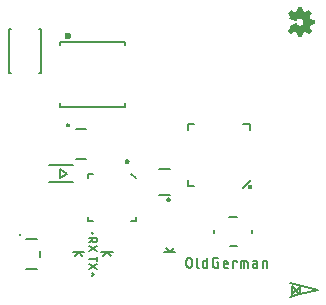
<source format=gbr>
G04 EAGLE Gerber RS-274X export*
G75*
%MOMM*%
%FSLAX34Y34*%
%LPD*%
%INSilkscreen Top*%
%IPPOS*%
%AMOC8*
5,1,8,0,0,1.08239X$1,22.5*%
G01*
%ADD10C,0.152400*%
%ADD11C,0.254000*%
%ADD12C,0.203200*%
%ADD13C,0.406400*%
%ADD14C,0.600000*%
%ADD15C,0.127000*%

G36*
X298419Y99940D02*
X298419Y99940D01*
X298440Y99938D01*
X298503Y99960D01*
X298568Y99975D01*
X298584Y99988D01*
X298603Y99995D01*
X298650Y100043D01*
X298702Y100085D01*
X298710Y100104D01*
X298724Y100118D01*
X298762Y100220D01*
X298772Y100243D01*
X298772Y100247D01*
X298774Y100252D01*
X299321Y103536D01*
X299400Y103536D01*
X299474Y103553D01*
X299549Y103566D01*
X299559Y103573D01*
X299568Y103575D01*
X299596Y103598D01*
X299651Y103636D01*
X299700Y103636D01*
X299774Y103653D01*
X299849Y103666D01*
X299859Y103673D01*
X299868Y103675D01*
X299896Y103698D01*
X299968Y103747D01*
X300024Y103803D01*
X300089Y103836D01*
X300200Y103836D01*
X300274Y103853D01*
X300349Y103866D01*
X300359Y103873D01*
X300368Y103875D01*
X300396Y103898D01*
X300451Y103936D01*
X300500Y103936D01*
X300574Y103953D01*
X300649Y103966D01*
X300659Y103973D01*
X300668Y103975D01*
X300696Y103998D01*
X300768Y104047D01*
X300824Y104103D01*
X300969Y104176D01*
X300997Y104199D01*
X301051Y104236D01*
X301100Y104236D01*
X301174Y104253D01*
X301249Y104266D01*
X301259Y104273D01*
X301268Y104275D01*
X301296Y104298D01*
X301368Y104347D01*
X301424Y104403D01*
X301504Y104443D01*
X304177Y102508D01*
X304201Y102498D01*
X304220Y102481D01*
X304280Y102465D01*
X304337Y102441D01*
X304362Y102442D01*
X304387Y102436D01*
X304448Y102448D01*
X304510Y102452D01*
X304532Y102465D01*
X304557Y102470D01*
X304629Y102521D01*
X304659Y102538D01*
X304664Y102546D01*
X304674Y102553D01*
X306874Y104853D01*
X306880Y104864D01*
X306891Y104871D01*
X306924Y104937D01*
X306962Y105002D01*
X306963Y105014D01*
X306968Y105026D01*
X306969Y105100D01*
X306974Y105174D01*
X306969Y105186D01*
X306969Y105199D01*
X306912Y105330D01*
X305068Y108004D01*
X305139Y108145D01*
X305143Y108161D01*
X305152Y108174D01*
X305178Y108308D01*
X305179Y108313D01*
X305179Y108314D01*
X305179Y108315D01*
X305179Y108325D01*
X305211Y108390D01*
X305268Y108447D01*
X305287Y108477D01*
X305339Y108545D01*
X305439Y108745D01*
X305443Y108761D01*
X305452Y108774D01*
X305478Y108908D01*
X305479Y108913D01*
X305479Y108914D01*
X305479Y108915D01*
X305479Y108925D01*
X305511Y108990D01*
X305568Y109047D01*
X305608Y109111D01*
X305652Y109174D01*
X305654Y109186D01*
X305659Y109194D01*
X305662Y109229D01*
X305679Y109315D01*
X305679Y109425D01*
X305739Y109545D01*
X305743Y109561D01*
X305752Y109574D01*
X305778Y109708D01*
X305779Y109713D01*
X305779Y109714D01*
X305779Y109715D01*
X305779Y109725D01*
X305839Y109845D01*
X305843Y109861D01*
X305852Y109874D01*
X305878Y110008D01*
X305879Y110013D01*
X305879Y110014D01*
X305879Y110015D01*
X305879Y110025D01*
X305939Y110145D01*
X305943Y110161D01*
X305952Y110174D01*
X305955Y110191D01*
X309164Y110741D01*
X309182Y110749D01*
X309201Y110749D01*
X309260Y110782D01*
X309323Y110808D01*
X309336Y110823D01*
X309353Y110832D01*
X309392Y110888D01*
X309436Y110939D01*
X309441Y110958D01*
X309452Y110974D01*
X309473Y111085D01*
X309479Y111107D01*
X309478Y111111D01*
X309479Y111115D01*
X309479Y114315D01*
X309475Y114334D01*
X309477Y114353D01*
X309455Y114417D01*
X309439Y114483D01*
X309427Y114498D01*
X309421Y114517D01*
X309373Y114564D01*
X309329Y114617D01*
X309312Y114625D01*
X309298Y114638D01*
X309192Y114678D01*
X309171Y114687D01*
X309168Y114687D01*
X309164Y114689D01*
X305908Y115247D01*
X305879Y115304D01*
X305879Y115415D01*
X305862Y115489D01*
X305848Y115564D01*
X305842Y115574D01*
X305839Y115583D01*
X305817Y115611D01*
X305779Y115667D01*
X305779Y115715D01*
X305775Y115731D01*
X305778Y115747D01*
X305741Y115878D01*
X305739Y115883D01*
X305739Y115884D01*
X305679Y116004D01*
X305679Y116015D01*
X305675Y116031D01*
X305678Y116047D01*
X305641Y116178D01*
X305639Y116183D01*
X305639Y116184D01*
X305539Y116384D01*
X305516Y116412D01*
X305479Y116467D01*
X305479Y116515D01*
X305462Y116589D01*
X305448Y116664D01*
X305442Y116674D01*
X305439Y116683D01*
X305417Y116711D01*
X305368Y116783D01*
X305311Y116839D01*
X305239Y116984D01*
X305216Y117012D01*
X305179Y117067D01*
X305179Y117115D01*
X305162Y117189D01*
X305148Y117264D01*
X305142Y117274D01*
X305139Y117283D01*
X305117Y117311D01*
X305068Y117383D01*
X305050Y117400D01*
X306912Y120099D01*
X306918Y120115D01*
X306930Y120128D01*
X306949Y120195D01*
X306975Y120261D01*
X306974Y120278D01*
X306978Y120294D01*
X306966Y120363D01*
X306960Y120433D01*
X306951Y120448D01*
X306948Y120464D01*
X306876Y120570D01*
X306870Y120581D01*
X306869Y120581D01*
X306868Y120583D01*
X304668Y122783D01*
X304653Y122792D01*
X304643Y122806D01*
X304580Y122837D01*
X304521Y122874D01*
X304504Y122876D01*
X304489Y122883D01*
X304418Y122884D01*
X304349Y122891D01*
X304333Y122884D01*
X304315Y122885D01*
X304198Y122833D01*
X304187Y122829D01*
X304186Y122828D01*
X304184Y122827D01*
X301501Y120976D01*
X301486Y120977D01*
X301400Y120994D01*
X301350Y120994D01*
X301337Y121002D01*
X301269Y121054D01*
X301124Y121126D01*
X301068Y121183D01*
X301003Y121223D01*
X300940Y121267D01*
X300929Y121269D01*
X300921Y121274D01*
X300886Y121277D01*
X300800Y121294D01*
X300750Y121294D01*
X300737Y121302D01*
X300669Y121354D01*
X300469Y121454D01*
X300454Y121458D01*
X300440Y121467D01*
X300306Y121493D01*
X300301Y121494D01*
X300300Y121494D01*
X300289Y121494D01*
X299969Y121654D01*
X299954Y121658D01*
X299940Y121667D01*
X299806Y121693D01*
X299801Y121694D01*
X299800Y121694D01*
X299789Y121694D01*
X299669Y121754D01*
X299654Y121758D01*
X299640Y121767D01*
X299506Y121793D01*
X299501Y121794D01*
X299500Y121794D01*
X299489Y121794D01*
X299369Y121854D01*
X299354Y121858D01*
X299340Y121867D01*
X299324Y121870D01*
X298774Y125079D01*
X298766Y125097D01*
X298765Y125116D01*
X298733Y125176D01*
X298706Y125238D01*
X298691Y125251D01*
X298682Y125268D01*
X298627Y125307D01*
X298575Y125351D01*
X298556Y125356D01*
X298540Y125367D01*
X298429Y125388D01*
X298407Y125394D01*
X298404Y125393D01*
X298400Y125394D01*
X295200Y125394D01*
X295181Y125390D01*
X295162Y125392D01*
X295097Y125370D01*
X295031Y125355D01*
X295016Y125342D01*
X294998Y125336D01*
X294950Y125288D01*
X294898Y125244D01*
X294890Y125227D01*
X294876Y125213D01*
X294836Y125107D01*
X294827Y125086D01*
X294827Y125083D01*
X294826Y125079D01*
X294268Y121823D01*
X294210Y121794D01*
X294100Y121794D01*
X294025Y121777D01*
X293950Y121763D01*
X293940Y121757D01*
X293931Y121755D01*
X293904Y121732D01*
X293848Y121694D01*
X293800Y121694D01*
X293725Y121677D01*
X293650Y121663D01*
X293640Y121657D01*
X293631Y121655D01*
X293604Y121632D01*
X293532Y121583D01*
X293475Y121526D01*
X293410Y121494D01*
X293300Y121494D01*
X293225Y121477D01*
X293150Y121463D01*
X293140Y121457D01*
X293131Y121455D01*
X293104Y121432D01*
X293048Y121394D01*
X293000Y121394D01*
X292925Y121377D01*
X292850Y121363D01*
X292840Y121357D01*
X292831Y121355D01*
X292804Y121332D01*
X292732Y121283D01*
X292675Y121226D01*
X292530Y121154D01*
X292502Y121131D01*
X292432Y121083D01*
X292375Y121026D01*
X292310Y120994D01*
X292300Y120994D01*
X292284Y120990D01*
X292268Y120993D01*
X292137Y120956D01*
X292135Y120955D01*
X289520Y122823D01*
X289505Y122829D01*
X289494Y122841D01*
X289426Y122862D01*
X289360Y122889D01*
X289344Y122888D01*
X289329Y122893D01*
X289259Y122882D01*
X289187Y122877D01*
X289174Y122869D01*
X289158Y122866D01*
X289042Y122791D01*
X289038Y122789D01*
X286738Y120589D01*
X286726Y120571D01*
X286709Y120558D01*
X286679Y120499D01*
X286643Y120444D01*
X286641Y120423D01*
X286631Y120404D01*
X286631Y120338D01*
X286623Y120272D01*
X286630Y120252D01*
X286630Y120231D01*
X286672Y120136D01*
X286681Y120109D01*
X286685Y120105D01*
X286687Y120099D01*
X288564Y117379D01*
X288547Y117355D01*
X288545Y117344D01*
X288540Y117336D01*
X288537Y117301D01*
X288534Y117285D01*
X288532Y117283D01*
X288501Y117234D01*
X288498Y117231D01*
X288493Y117222D01*
X288491Y117218D01*
X288447Y117155D01*
X288445Y117144D01*
X288440Y117136D01*
X288437Y117101D01*
X288435Y117091D01*
X288432Y117083D01*
X288391Y117018D01*
X288347Y116955D01*
X288345Y116944D01*
X288340Y116936D01*
X288337Y116901D01*
X288334Y116885D01*
X288332Y116883D01*
X288320Y116864D01*
X288306Y116852D01*
X288289Y116814D01*
X288247Y116755D01*
X288245Y116744D01*
X288240Y116736D01*
X288237Y116701D01*
X288236Y116697D01*
X288235Y116694D01*
X288235Y116691D01*
X288234Y116685D01*
X288232Y116683D01*
X288191Y116618D01*
X288147Y116555D01*
X288145Y116544D01*
X288140Y116536D01*
X288137Y116501D01*
X288134Y116485D01*
X288132Y116483D01*
X288091Y116418D01*
X288047Y116355D01*
X288045Y116344D01*
X288040Y116336D01*
X288037Y116301D01*
X288020Y116215D01*
X288020Y116165D01*
X288007Y116144D01*
X287975Y116111D01*
X287962Y116071D01*
X287940Y116036D01*
X287936Y115990D01*
X287922Y115947D01*
X287928Y115905D01*
X287924Y115864D01*
X287940Y115821D01*
X287947Y115776D01*
X287971Y115741D01*
X287986Y115702D01*
X288019Y115671D01*
X288046Y115633D01*
X288088Y115607D01*
X288113Y115585D01*
X288138Y115577D01*
X288168Y115559D01*
X293568Y113559D01*
X293625Y113552D01*
X293680Y113536D01*
X293710Y113541D01*
X293740Y113538D01*
X293794Y113557D01*
X293851Y113567D01*
X293875Y113585D01*
X293903Y113595D01*
X293943Y113636D01*
X293989Y113670D01*
X294006Y113700D01*
X294024Y113718D01*
X294034Y113750D01*
X294059Y113795D01*
X294151Y114069D01*
X294311Y114390D01*
X294468Y114547D01*
X294487Y114577D01*
X294539Y114645D01*
X294611Y114790D01*
X294724Y114903D01*
X294869Y114976D01*
X294897Y114999D01*
X294968Y115047D01*
X295124Y115203D01*
X295445Y115364D01*
X295720Y115455D01*
X295739Y115467D01*
X295769Y115476D01*
X296089Y115636D01*
X296300Y115636D01*
X296335Y115644D01*
X296420Y115655D01*
X296661Y115736D01*
X297138Y115736D01*
X298232Y115371D01*
X298758Y115020D01*
X298905Y114873D01*
X299084Y114604D01*
X299107Y114583D01*
X299132Y114547D01*
X299305Y114373D01*
X299456Y114147D01*
X299540Y113895D01*
X299559Y113863D01*
X299584Y113804D01*
X299720Y113600D01*
X299720Y113415D01*
X299729Y113380D01*
X299732Y113323D01*
X299820Y112968D01*
X299820Y112376D01*
X299740Y112135D01*
X299737Y112099D01*
X299720Y112015D01*
X299720Y111830D01*
X299584Y111625D01*
X299571Y111590D01*
X299540Y111535D01*
X299456Y111283D01*
X299105Y110756D01*
X298758Y110410D01*
X298232Y110058D01*
X297980Y109975D01*
X297948Y109955D01*
X297889Y109930D01*
X297685Y109794D01*
X297500Y109794D01*
X297465Y109786D01*
X297380Y109775D01*
X297138Y109694D01*
X296361Y109694D01*
X296120Y109775D01*
X296084Y109778D01*
X296000Y109794D01*
X295889Y109794D01*
X295769Y109854D01*
X295747Y109859D01*
X295720Y109875D01*
X295445Y109966D01*
X295324Y110026D01*
X295168Y110183D01*
X295137Y110202D01*
X295069Y110254D01*
X294924Y110326D01*
X294611Y110639D01*
X294539Y110784D01*
X294516Y110812D01*
X294468Y110883D01*
X294311Y111039D01*
X294039Y111584D01*
X294019Y111608D01*
X294007Y111637D01*
X293964Y111674D01*
X293928Y111717D01*
X293900Y111730D01*
X293877Y111750D01*
X293822Y111765D01*
X293770Y111787D01*
X293739Y111786D01*
X293709Y111794D01*
X293635Y111782D01*
X293597Y111780D01*
X293585Y111773D01*
X293568Y111770D01*
X288168Y109770D01*
X288153Y109760D01*
X288137Y109757D01*
X288135Y109756D01*
X288131Y109755D01*
X288080Y109712D01*
X288024Y109675D01*
X288013Y109657D01*
X287998Y109644D01*
X287971Y109583D01*
X287937Y109525D01*
X287936Y109505D01*
X287927Y109486D01*
X287930Y109419D01*
X287926Y109353D01*
X287933Y109334D01*
X287934Y109313D01*
X287966Y109255D01*
X287992Y109193D01*
X288008Y109179D01*
X288017Y109162D01*
X288036Y109149D01*
X288038Y109140D01*
X288051Y109065D01*
X288058Y109055D01*
X288060Y109046D01*
X288083Y109019D01*
X288132Y108947D01*
X288134Y108944D01*
X288134Y108936D01*
X288141Y108924D01*
X288151Y108865D01*
X288158Y108855D01*
X288160Y108846D01*
X288183Y108819D01*
X288232Y108747D01*
X288238Y108740D01*
X288251Y108665D01*
X288258Y108655D01*
X288260Y108646D01*
X288283Y108619D01*
X288320Y108563D01*
X288320Y108515D01*
X288338Y108440D01*
X288351Y108365D01*
X288358Y108355D01*
X288360Y108346D01*
X288383Y108319D01*
X288432Y108247D01*
X288438Y108240D01*
X288451Y108165D01*
X288458Y108155D01*
X288460Y108146D01*
X288483Y108119D01*
X288532Y108047D01*
X288549Y108029D01*
X286687Y105330D01*
X286681Y105314D01*
X286670Y105302D01*
X286650Y105234D01*
X286624Y105169D01*
X286626Y105152D01*
X286621Y105135D01*
X286633Y105066D01*
X286639Y104997D01*
X286648Y104982D01*
X286651Y104965D01*
X286723Y104859D01*
X286729Y104849D01*
X286731Y104848D01*
X286732Y104847D01*
X289032Y102547D01*
X289052Y102534D01*
X289068Y102514D01*
X289125Y102488D01*
X289179Y102455D01*
X289203Y102453D01*
X289226Y102443D01*
X289288Y102445D01*
X289351Y102439D01*
X289374Y102448D01*
X289399Y102449D01*
X289481Y102489D01*
X289512Y102501D01*
X289518Y102507D01*
X289527Y102511D01*
X292121Y104457D01*
X292132Y104447D01*
X292162Y104428D01*
X292230Y104376D01*
X292430Y104276D01*
X292446Y104272D01*
X292459Y104263D01*
X292593Y104237D01*
X292598Y104236D01*
X292599Y104236D01*
X292600Y104236D01*
X292610Y104236D01*
X292675Y104203D01*
X292732Y104147D01*
X292762Y104128D01*
X292830Y104076D01*
X293030Y103976D01*
X293046Y103972D01*
X293059Y103963D01*
X293193Y103937D01*
X293198Y103936D01*
X293199Y103936D01*
X293200Y103936D01*
X293210Y103936D01*
X293530Y103776D01*
X293546Y103772D01*
X293559Y103763D01*
X293693Y103737D01*
X293698Y103736D01*
X293699Y103736D01*
X293700Y103736D01*
X293710Y103736D01*
X293830Y103676D01*
X293846Y103672D01*
X293859Y103663D01*
X293993Y103637D01*
X293998Y103636D01*
X293999Y103636D01*
X294000Y103636D01*
X294010Y103636D01*
X294130Y103576D01*
X294146Y103572D01*
X294159Y103563D01*
X294262Y103543D01*
X294826Y100251D01*
X294833Y100233D01*
X294834Y100213D01*
X294867Y100154D01*
X294893Y100091D01*
X294908Y100079D01*
X294917Y100062D01*
X294973Y100023D01*
X295024Y99978D01*
X295043Y99974D01*
X295059Y99963D01*
X295170Y99941D01*
X295192Y99936D01*
X295196Y99936D01*
X295200Y99936D01*
X298400Y99936D01*
X298419Y99940D01*
G37*
G36*
X100806Y23728D02*
X100806Y23728D01*
X100807Y23729D01*
X100809Y23729D01*
X101192Y23887D01*
X101193Y23889D01*
X101195Y23889D01*
X101523Y24141D01*
X101524Y24143D01*
X101526Y24143D01*
X101778Y24472D01*
X101778Y24474D01*
X101779Y24475D01*
X101938Y24858D01*
X101937Y24860D01*
X101939Y24861D01*
X101993Y25271D01*
X101993Y25272D01*
X101992Y25272D01*
X101992Y25273D01*
X101993Y25275D01*
X101939Y25685D01*
X101937Y25687D01*
X101938Y25688D01*
X101779Y26071D01*
X101777Y26072D01*
X101778Y26074D01*
X101526Y26403D01*
X101523Y26403D01*
X101523Y26405D01*
X101195Y26657D01*
X101192Y26657D01*
X101192Y26659D01*
X100809Y26817D01*
X100807Y26817D01*
X100806Y26818D01*
X100395Y26872D01*
X100393Y26871D01*
X100392Y26872D01*
X99981Y26818D01*
X99980Y26817D01*
X99978Y26817D01*
X99595Y26659D01*
X99594Y26657D01*
X99592Y26657D01*
X99264Y26405D01*
X99263Y26403D01*
X99262Y26403D01*
X99009Y26074D01*
X99009Y26072D01*
X99008Y26071D01*
X98849Y25688D01*
X98850Y25686D01*
X98848Y25685D01*
X98794Y25275D01*
X98795Y25273D01*
X98794Y25271D01*
X98848Y24861D01*
X98850Y24859D01*
X98849Y24858D01*
X99008Y24475D01*
X99010Y24474D01*
X99009Y24472D01*
X99262Y24143D01*
X99264Y24143D01*
X99264Y24141D01*
X99592Y23889D01*
X99595Y23889D01*
X99595Y23887D01*
X99978Y23729D01*
X99980Y23729D01*
X99981Y23728D01*
X100392Y23674D01*
X100394Y23675D01*
X100395Y23674D01*
X100806Y23728D01*
G37*
D10*
X200779Y-92816D02*
X200779Y-89048D01*
X200780Y-89048D02*
X200782Y-88952D01*
X200788Y-88856D01*
X200798Y-88761D01*
X200811Y-88666D01*
X200829Y-88571D01*
X200850Y-88477D01*
X200875Y-88385D01*
X200904Y-88293D01*
X200937Y-88203D01*
X200973Y-88114D01*
X201013Y-88027D01*
X201057Y-87941D01*
X201103Y-87857D01*
X201154Y-87775D01*
X201207Y-87696D01*
X201264Y-87618D01*
X201324Y-87543D01*
X201387Y-87470D01*
X201453Y-87401D01*
X201521Y-87333D01*
X201592Y-87269D01*
X201666Y-87208D01*
X201743Y-87149D01*
X201821Y-87094D01*
X201902Y-87042D01*
X201985Y-86994D01*
X202070Y-86948D01*
X202156Y-86907D01*
X202244Y-86869D01*
X202334Y-86834D01*
X202425Y-86803D01*
X202517Y-86776D01*
X202610Y-86753D01*
X202704Y-86734D01*
X202799Y-86718D01*
X202894Y-86706D01*
X202990Y-86698D01*
X203086Y-86694D01*
X203182Y-86694D01*
X203278Y-86698D01*
X203374Y-86706D01*
X203469Y-86718D01*
X203564Y-86734D01*
X203658Y-86753D01*
X203751Y-86776D01*
X203843Y-86803D01*
X203934Y-86834D01*
X204024Y-86869D01*
X204112Y-86907D01*
X204198Y-86948D01*
X204283Y-86994D01*
X204366Y-87042D01*
X204447Y-87094D01*
X204525Y-87149D01*
X204602Y-87208D01*
X204676Y-87269D01*
X204747Y-87333D01*
X204815Y-87401D01*
X204881Y-87470D01*
X204944Y-87543D01*
X205004Y-87618D01*
X205061Y-87696D01*
X205114Y-87775D01*
X205165Y-87857D01*
X205211Y-87941D01*
X205255Y-88027D01*
X205295Y-88114D01*
X205331Y-88203D01*
X205364Y-88293D01*
X205393Y-88385D01*
X205418Y-88477D01*
X205439Y-88571D01*
X205457Y-88666D01*
X205470Y-88761D01*
X205480Y-88856D01*
X205486Y-88952D01*
X205488Y-89048D01*
X205488Y-92816D01*
X205486Y-92912D01*
X205480Y-93008D01*
X205470Y-93103D01*
X205457Y-93198D01*
X205439Y-93293D01*
X205418Y-93387D01*
X205393Y-93479D01*
X205364Y-93571D01*
X205331Y-93661D01*
X205295Y-93750D01*
X205255Y-93837D01*
X205211Y-93923D01*
X205165Y-94007D01*
X205114Y-94089D01*
X205061Y-94168D01*
X205004Y-94246D01*
X204944Y-94321D01*
X204881Y-94394D01*
X204815Y-94463D01*
X204747Y-94531D01*
X204676Y-94595D01*
X204602Y-94656D01*
X204525Y-94715D01*
X204447Y-94770D01*
X204366Y-94822D01*
X204283Y-94870D01*
X204198Y-94916D01*
X204112Y-94957D01*
X204024Y-94995D01*
X203934Y-95030D01*
X203843Y-95061D01*
X203751Y-95088D01*
X203658Y-95111D01*
X203564Y-95130D01*
X203469Y-95146D01*
X203374Y-95158D01*
X203278Y-95166D01*
X203182Y-95170D01*
X203086Y-95170D01*
X202990Y-95166D01*
X202894Y-95158D01*
X202799Y-95146D01*
X202704Y-95130D01*
X202610Y-95111D01*
X202517Y-95088D01*
X202425Y-95061D01*
X202334Y-95030D01*
X202244Y-94995D01*
X202156Y-94957D01*
X202070Y-94916D01*
X201985Y-94870D01*
X201902Y-94822D01*
X201821Y-94770D01*
X201743Y-94715D01*
X201666Y-94656D01*
X201592Y-94595D01*
X201521Y-94531D01*
X201453Y-94463D01*
X201387Y-94394D01*
X201324Y-94321D01*
X201264Y-94246D01*
X201207Y-94168D01*
X201154Y-94089D01*
X201103Y-94007D01*
X201057Y-93923D01*
X201013Y-93837D01*
X200973Y-93750D01*
X200937Y-93661D01*
X200904Y-93571D01*
X200875Y-93479D01*
X200850Y-93387D01*
X200829Y-93293D01*
X200811Y-93198D01*
X200798Y-93103D01*
X200788Y-93008D01*
X200782Y-92912D01*
X200780Y-92816D01*
X209685Y-93757D02*
X209685Y-86694D01*
X209685Y-93757D02*
X209687Y-93831D01*
X209693Y-93905D01*
X209702Y-93978D01*
X209716Y-94051D01*
X209733Y-94123D01*
X209754Y-94194D01*
X209779Y-94263D01*
X209807Y-94332D01*
X209839Y-94398D01*
X209874Y-94464D01*
X209913Y-94527D01*
X209955Y-94588D01*
X210000Y-94646D01*
X210048Y-94702D01*
X210099Y-94756D01*
X210153Y-94807D01*
X210209Y-94855D01*
X210267Y-94900D01*
X210328Y-94942D01*
X210392Y-94981D01*
X210457Y-95016D01*
X210523Y-95048D01*
X210592Y-95076D01*
X210661Y-95101D01*
X210732Y-95122D01*
X210804Y-95139D01*
X210877Y-95153D01*
X210950Y-95162D01*
X211024Y-95168D01*
X211098Y-95170D01*
X218150Y-95170D02*
X218150Y-86694D01*
X218150Y-95170D02*
X215795Y-95170D01*
X215721Y-95168D01*
X215647Y-95162D01*
X215574Y-95153D01*
X215501Y-95139D01*
X215429Y-95122D01*
X215358Y-95101D01*
X215289Y-95076D01*
X215220Y-95048D01*
X215154Y-95016D01*
X215089Y-94981D01*
X215025Y-94942D01*
X214964Y-94900D01*
X214906Y-94855D01*
X214850Y-94807D01*
X214796Y-94756D01*
X214745Y-94702D01*
X214697Y-94646D01*
X214652Y-94588D01*
X214610Y-94527D01*
X214571Y-94464D01*
X214536Y-94399D01*
X214504Y-94332D01*
X214476Y-94263D01*
X214451Y-94194D01*
X214430Y-94123D01*
X214413Y-94051D01*
X214399Y-93978D01*
X214390Y-93905D01*
X214384Y-93831D01*
X214382Y-93757D01*
X214383Y-93757D02*
X214383Y-90932D01*
X214382Y-90932D02*
X214384Y-90858D01*
X214390Y-90784D01*
X214399Y-90711D01*
X214413Y-90638D01*
X214430Y-90566D01*
X214451Y-90495D01*
X214476Y-90426D01*
X214504Y-90357D01*
X214536Y-90291D01*
X214571Y-90226D01*
X214610Y-90162D01*
X214652Y-90101D01*
X214697Y-90043D01*
X214745Y-89987D01*
X214796Y-89933D01*
X214850Y-89882D01*
X214906Y-89834D01*
X214964Y-89789D01*
X215025Y-89747D01*
X215089Y-89708D01*
X215154Y-89673D01*
X215220Y-89641D01*
X215289Y-89613D01*
X215358Y-89588D01*
X215429Y-89567D01*
X215501Y-89550D01*
X215574Y-89536D01*
X215647Y-89527D01*
X215721Y-89521D01*
X215795Y-89519D01*
X218150Y-89519D01*
X226275Y-90461D02*
X227688Y-90461D01*
X227688Y-95170D01*
X224863Y-95170D01*
X224778Y-95168D01*
X224694Y-95162D01*
X224610Y-95153D01*
X224527Y-95140D01*
X224444Y-95123D01*
X224362Y-95102D01*
X224281Y-95078D01*
X224201Y-95050D01*
X224123Y-95018D01*
X224046Y-94983D01*
X223970Y-94945D01*
X223897Y-94903D01*
X223825Y-94858D01*
X223756Y-94810D01*
X223688Y-94759D01*
X223623Y-94705D01*
X223561Y-94648D01*
X223501Y-94588D01*
X223444Y-94526D01*
X223390Y-94461D01*
X223339Y-94393D01*
X223291Y-94324D01*
X223246Y-94252D01*
X223204Y-94179D01*
X223166Y-94103D01*
X223131Y-94026D01*
X223099Y-93948D01*
X223071Y-93868D01*
X223047Y-93787D01*
X223026Y-93705D01*
X223009Y-93622D01*
X222996Y-93539D01*
X222987Y-93455D01*
X222981Y-93371D01*
X222979Y-93286D01*
X222979Y-88578D01*
X222981Y-88493D01*
X222987Y-88409D01*
X222996Y-88325D01*
X223009Y-88242D01*
X223026Y-88159D01*
X223047Y-88077D01*
X223071Y-87996D01*
X223099Y-87916D01*
X223131Y-87838D01*
X223166Y-87761D01*
X223204Y-87685D01*
X223246Y-87612D01*
X223291Y-87540D01*
X223339Y-87471D01*
X223390Y-87403D01*
X223444Y-87338D01*
X223501Y-87276D01*
X223561Y-87216D01*
X223623Y-87159D01*
X223688Y-87105D01*
X223756Y-87054D01*
X223825Y-87006D01*
X223897Y-86961D01*
X223970Y-86919D01*
X224046Y-86881D01*
X224123Y-86846D01*
X224201Y-86814D01*
X224281Y-86786D01*
X224362Y-86762D01*
X224444Y-86741D01*
X224527Y-86724D01*
X224610Y-86711D01*
X224694Y-86702D01*
X224778Y-86696D01*
X224863Y-86694D01*
X227688Y-86694D01*
X233563Y-95170D02*
X235917Y-95170D01*
X233563Y-95170D02*
X233489Y-95168D01*
X233415Y-95162D01*
X233342Y-95153D01*
X233269Y-95139D01*
X233197Y-95122D01*
X233126Y-95101D01*
X233057Y-95076D01*
X232988Y-95048D01*
X232922Y-95016D01*
X232857Y-94981D01*
X232793Y-94942D01*
X232732Y-94900D01*
X232674Y-94855D01*
X232618Y-94807D01*
X232564Y-94756D01*
X232513Y-94702D01*
X232465Y-94646D01*
X232420Y-94588D01*
X232378Y-94527D01*
X232339Y-94464D01*
X232304Y-94399D01*
X232272Y-94332D01*
X232244Y-94263D01*
X232219Y-94194D01*
X232198Y-94123D01*
X232181Y-94051D01*
X232167Y-93978D01*
X232158Y-93905D01*
X232152Y-93831D01*
X232150Y-93757D01*
X232150Y-91403D01*
X232149Y-91403D02*
X232151Y-91317D01*
X232157Y-91232D01*
X232167Y-91146D01*
X232180Y-91062D01*
X232198Y-90978D01*
X232219Y-90895D01*
X232244Y-90813D01*
X232273Y-90732D01*
X232305Y-90652D01*
X232341Y-90575D01*
X232380Y-90498D01*
X232423Y-90424D01*
X232469Y-90352D01*
X232519Y-90282D01*
X232572Y-90214D01*
X232627Y-90149D01*
X232686Y-90086D01*
X232747Y-90026D01*
X232811Y-89969D01*
X232878Y-89915D01*
X232947Y-89864D01*
X233018Y-89816D01*
X233091Y-89771D01*
X233166Y-89730D01*
X233243Y-89693D01*
X233322Y-89658D01*
X233402Y-89628D01*
X233484Y-89601D01*
X233566Y-89578D01*
X233650Y-89558D01*
X233734Y-89543D01*
X233819Y-89531D01*
X233904Y-89523D01*
X233990Y-89519D01*
X234076Y-89519D01*
X234162Y-89523D01*
X234247Y-89531D01*
X234332Y-89543D01*
X234416Y-89558D01*
X234500Y-89578D01*
X234582Y-89601D01*
X234664Y-89628D01*
X234744Y-89658D01*
X234823Y-89693D01*
X234900Y-89730D01*
X234975Y-89771D01*
X235048Y-89816D01*
X235119Y-89864D01*
X235188Y-89915D01*
X235255Y-89969D01*
X235319Y-90026D01*
X235380Y-90086D01*
X235439Y-90149D01*
X235494Y-90214D01*
X235547Y-90282D01*
X235597Y-90352D01*
X235643Y-90424D01*
X235686Y-90498D01*
X235725Y-90575D01*
X235761Y-90652D01*
X235793Y-90732D01*
X235822Y-90813D01*
X235847Y-90895D01*
X235868Y-90978D01*
X235886Y-91062D01*
X235899Y-91146D01*
X235909Y-91232D01*
X235915Y-91317D01*
X235917Y-91403D01*
X235917Y-92345D01*
X232150Y-92345D01*
X240326Y-95170D02*
X240326Y-89519D01*
X243151Y-89519D01*
X243151Y-90461D01*
X246808Y-89519D02*
X246808Y-95170D01*
X246808Y-89519D02*
X251046Y-89519D01*
X251120Y-89521D01*
X251194Y-89527D01*
X251267Y-89536D01*
X251340Y-89550D01*
X251412Y-89567D01*
X251483Y-89588D01*
X251552Y-89613D01*
X251621Y-89641D01*
X251687Y-89673D01*
X251753Y-89708D01*
X251816Y-89747D01*
X251877Y-89789D01*
X251935Y-89834D01*
X251991Y-89882D01*
X252045Y-89933D01*
X252096Y-89987D01*
X252144Y-90043D01*
X252189Y-90101D01*
X252231Y-90162D01*
X252270Y-90226D01*
X252305Y-90291D01*
X252337Y-90357D01*
X252365Y-90426D01*
X252390Y-90495D01*
X252411Y-90566D01*
X252428Y-90638D01*
X252442Y-90711D01*
X252451Y-90784D01*
X252457Y-90858D01*
X252459Y-90932D01*
X252459Y-95170D01*
X249633Y-95170D02*
X249633Y-89519D01*
X258631Y-91874D02*
X260750Y-91874D01*
X258631Y-91874D02*
X258551Y-91876D01*
X258472Y-91882D01*
X258393Y-91891D01*
X258314Y-91905D01*
X258237Y-91922D01*
X258160Y-91943D01*
X258084Y-91967D01*
X258010Y-91996D01*
X257937Y-92027D01*
X257865Y-92063D01*
X257796Y-92101D01*
X257728Y-92143D01*
X257662Y-92189D01*
X257599Y-92237D01*
X257538Y-92288D01*
X257480Y-92343D01*
X257424Y-92400D01*
X257371Y-92459D01*
X257322Y-92521D01*
X257275Y-92586D01*
X257231Y-92652D01*
X257191Y-92721D01*
X257154Y-92792D01*
X257120Y-92864D01*
X257090Y-92938D01*
X257064Y-93013D01*
X257041Y-93089D01*
X257022Y-93166D01*
X257007Y-93245D01*
X256995Y-93323D01*
X256987Y-93403D01*
X256983Y-93482D01*
X256983Y-93562D01*
X256987Y-93641D01*
X256995Y-93721D01*
X257007Y-93799D01*
X257022Y-93878D01*
X257041Y-93955D01*
X257064Y-94031D01*
X257090Y-94106D01*
X257120Y-94180D01*
X257154Y-94252D01*
X257191Y-94323D01*
X257231Y-94392D01*
X257275Y-94458D01*
X257322Y-94523D01*
X257371Y-94585D01*
X257424Y-94644D01*
X257480Y-94701D01*
X257538Y-94756D01*
X257599Y-94807D01*
X257662Y-94855D01*
X257728Y-94901D01*
X257796Y-94943D01*
X257865Y-94981D01*
X257937Y-95017D01*
X258010Y-95048D01*
X258084Y-95077D01*
X258160Y-95101D01*
X258237Y-95122D01*
X258314Y-95139D01*
X258393Y-95153D01*
X258472Y-95162D01*
X258551Y-95168D01*
X258631Y-95170D01*
X260750Y-95170D01*
X260750Y-90932D01*
X260748Y-90858D01*
X260742Y-90784D01*
X260733Y-90711D01*
X260719Y-90638D01*
X260702Y-90566D01*
X260681Y-90495D01*
X260656Y-90426D01*
X260628Y-90357D01*
X260596Y-90291D01*
X260561Y-90226D01*
X260522Y-90162D01*
X260480Y-90101D01*
X260435Y-90043D01*
X260387Y-89987D01*
X260336Y-89933D01*
X260282Y-89882D01*
X260226Y-89834D01*
X260168Y-89789D01*
X260107Y-89747D01*
X260044Y-89708D01*
X259979Y-89673D01*
X259912Y-89641D01*
X259843Y-89613D01*
X259774Y-89588D01*
X259703Y-89567D01*
X259631Y-89550D01*
X259558Y-89536D01*
X259485Y-89527D01*
X259411Y-89521D01*
X259337Y-89519D01*
X257453Y-89519D01*
X265450Y-89519D02*
X265450Y-95170D01*
X265450Y-89519D02*
X267804Y-89519D01*
X267878Y-89521D01*
X267952Y-89527D01*
X268025Y-89536D01*
X268098Y-89550D01*
X268170Y-89567D01*
X268241Y-89588D01*
X268310Y-89613D01*
X268379Y-89641D01*
X268445Y-89673D01*
X268511Y-89708D01*
X268574Y-89747D01*
X268635Y-89789D01*
X268693Y-89834D01*
X268749Y-89882D01*
X268803Y-89933D01*
X268854Y-89987D01*
X268902Y-90043D01*
X268947Y-90101D01*
X268989Y-90162D01*
X269028Y-90226D01*
X269063Y-90291D01*
X269095Y-90357D01*
X269123Y-90426D01*
X269148Y-90495D01*
X269169Y-90566D01*
X269186Y-90638D01*
X269200Y-90711D01*
X269209Y-90784D01*
X269215Y-90858D01*
X269217Y-90932D01*
X269217Y-95170D01*
X288227Y-108458D02*
X311849Y-113792D01*
X297307Y-117793D01*
X297307Y-111951D01*
X289878Y-117793D01*
X289878Y-110554D01*
X295974Y-117475D01*
X288227Y-119952D01*
X124713Y-70279D02*
X118237Y-70279D01*
X124713Y-70279D02*
X124713Y-72078D01*
X124711Y-72161D01*
X124705Y-72244D01*
X124696Y-72327D01*
X124682Y-72409D01*
X124665Y-72490D01*
X124644Y-72570D01*
X124620Y-72650D01*
X124592Y-72728D01*
X124560Y-72805D01*
X124524Y-72880D01*
X124486Y-72953D01*
X124444Y-73025D01*
X124398Y-73095D01*
X124350Y-73162D01*
X124298Y-73227D01*
X124243Y-73290D01*
X124186Y-73350D01*
X124126Y-73407D01*
X124063Y-73462D01*
X123998Y-73514D01*
X123931Y-73562D01*
X123861Y-73608D01*
X123789Y-73650D01*
X123716Y-73688D01*
X123641Y-73724D01*
X123564Y-73756D01*
X123486Y-73784D01*
X123406Y-73808D01*
X123326Y-73829D01*
X123245Y-73846D01*
X123163Y-73860D01*
X123080Y-73869D01*
X122997Y-73875D01*
X122914Y-73877D01*
X122831Y-73875D01*
X122748Y-73869D01*
X122665Y-73860D01*
X122583Y-73846D01*
X122502Y-73829D01*
X122422Y-73808D01*
X122342Y-73784D01*
X122264Y-73756D01*
X122187Y-73724D01*
X122112Y-73688D01*
X122039Y-73650D01*
X121967Y-73608D01*
X121897Y-73562D01*
X121830Y-73514D01*
X121765Y-73462D01*
X121702Y-73407D01*
X121642Y-73350D01*
X121585Y-73290D01*
X121530Y-73227D01*
X121478Y-73162D01*
X121430Y-73095D01*
X121384Y-73025D01*
X121342Y-72953D01*
X121304Y-72880D01*
X121268Y-72805D01*
X121236Y-72728D01*
X121208Y-72650D01*
X121184Y-72570D01*
X121163Y-72490D01*
X121146Y-72409D01*
X121132Y-72327D01*
X121123Y-72244D01*
X121117Y-72161D01*
X121115Y-72078D01*
X121115Y-70279D01*
X121115Y-72438D02*
X118237Y-73877D01*
X118237Y-77041D02*
X124713Y-81359D01*
X124713Y-77041D02*
X118237Y-81359D01*
X118237Y-87773D02*
X124713Y-87773D01*
X124713Y-85974D02*
X124713Y-89572D01*
X118237Y-92334D02*
X124713Y-96652D01*
X124713Y-92334D02*
X118237Y-96652D01*
X121147Y-99949D02*
X122226Y-101028D01*
X121147Y-102108D01*
X121677Y-67183D02*
X120598Y-66104D01*
X121677Y-65024D01*
D11*
X59436Y-67564D03*
D12*
X65302Y-96266D02*
X73890Y-96266D01*
X73890Y-70866D02*
X65302Y-70866D01*
X76684Y-80882D02*
X76684Y-86250D01*
X177428Y-33466D02*
X186428Y-33466D01*
X186428Y-11466D02*
X177428Y-11466D01*
X184428Y-37466D02*
X184430Y-37403D01*
X184436Y-37341D01*
X184446Y-37279D01*
X184459Y-37217D01*
X184477Y-37157D01*
X184498Y-37098D01*
X184523Y-37040D01*
X184552Y-36984D01*
X184584Y-36930D01*
X184619Y-36878D01*
X184657Y-36829D01*
X184699Y-36781D01*
X184743Y-36737D01*
X184791Y-36695D01*
X184840Y-36657D01*
X184892Y-36622D01*
X184946Y-36590D01*
X185002Y-36561D01*
X185060Y-36536D01*
X185119Y-36515D01*
X185179Y-36497D01*
X185241Y-36484D01*
X185303Y-36474D01*
X185365Y-36468D01*
X185428Y-36466D01*
X185491Y-36468D01*
X185553Y-36474D01*
X185615Y-36484D01*
X185677Y-36497D01*
X185737Y-36515D01*
X185796Y-36536D01*
X185854Y-36561D01*
X185910Y-36590D01*
X185964Y-36622D01*
X186016Y-36657D01*
X186065Y-36695D01*
X186113Y-36737D01*
X186157Y-36781D01*
X186199Y-36829D01*
X186237Y-36878D01*
X186272Y-36930D01*
X186304Y-36984D01*
X186333Y-37040D01*
X186358Y-37098D01*
X186379Y-37157D01*
X186397Y-37217D01*
X186410Y-37279D01*
X186420Y-37341D01*
X186426Y-37403D01*
X186428Y-37466D01*
X186426Y-37529D01*
X186420Y-37591D01*
X186410Y-37653D01*
X186397Y-37715D01*
X186379Y-37775D01*
X186358Y-37834D01*
X186333Y-37892D01*
X186304Y-37948D01*
X186272Y-38002D01*
X186237Y-38054D01*
X186199Y-38103D01*
X186157Y-38151D01*
X186113Y-38195D01*
X186065Y-38237D01*
X186016Y-38275D01*
X185964Y-38310D01*
X185910Y-38342D01*
X185854Y-38371D01*
X185796Y-38396D01*
X185737Y-38417D01*
X185677Y-38435D01*
X185615Y-38448D01*
X185553Y-38458D01*
X185491Y-38464D01*
X185428Y-38466D01*
X185365Y-38464D01*
X185303Y-38458D01*
X185241Y-38448D01*
X185179Y-38435D01*
X185119Y-38417D01*
X185060Y-38396D01*
X185002Y-38371D01*
X184946Y-38342D01*
X184892Y-38310D01*
X184840Y-38275D01*
X184791Y-38237D01*
X184743Y-38195D01*
X184699Y-38151D01*
X184657Y-38103D01*
X184619Y-38054D01*
X184584Y-38002D01*
X184552Y-37948D01*
X184523Y-37892D01*
X184498Y-37834D01*
X184477Y-37775D01*
X184459Y-37715D01*
X184446Y-37653D01*
X184436Y-37591D01*
X184430Y-37529D01*
X184428Y-37466D01*
X201695Y-26270D02*
X206965Y-26270D01*
X201695Y-26270D02*
X201695Y-21000D01*
X201695Y21000D02*
X201695Y26270D01*
X206965Y26270D01*
X248965Y26270D02*
X254235Y26270D01*
X254235Y21000D01*
X255505Y-21000D02*
X248965Y-27540D01*
D13*
X254965Y-27000D03*
D14*
X100736Y100482D03*
D12*
X93576Y40872D02*
X148916Y40872D01*
X148916Y96212D02*
X93576Y96212D01*
X148916Y96212D02*
X148916Y92942D01*
X148916Y44142D02*
X148916Y40872D01*
X93576Y40872D02*
X93576Y44142D01*
X93576Y92942D02*
X93576Y96212D01*
X117732Y-52187D02*
X117732Y-55687D01*
X121232Y-55687D01*
X117732Y-19187D02*
X117732Y-15687D01*
X121232Y-15687D01*
X154232Y-55687D02*
X157732Y-55687D01*
X157732Y-52187D01*
X157732Y-19187D02*
X154232Y-15687D01*
X149162Y-5207D02*
X149164Y-5136D01*
X149170Y-5065D01*
X149180Y-4994D01*
X149194Y-4924D01*
X149212Y-4855D01*
X149233Y-4788D01*
X149259Y-4721D01*
X149288Y-4656D01*
X149320Y-4593D01*
X149357Y-4531D01*
X149396Y-4472D01*
X149439Y-4415D01*
X149485Y-4361D01*
X149534Y-4309D01*
X149586Y-4260D01*
X149640Y-4214D01*
X149697Y-4171D01*
X149756Y-4132D01*
X149818Y-4095D01*
X149881Y-4063D01*
X149946Y-4034D01*
X150013Y-4008D01*
X150080Y-3987D01*
X150149Y-3969D01*
X150219Y-3955D01*
X150290Y-3945D01*
X150361Y-3939D01*
X150432Y-3937D01*
X150503Y-3939D01*
X150574Y-3945D01*
X150645Y-3955D01*
X150715Y-3969D01*
X150784Y-3987D01*
X150851Y-4008D01*
X150918Y-4034D01*
X150983Y-4063D01*
X151046Y-4095D01*
X151108Y-4132D01*
X151167Y-4171D01*
X151224Y-4214D01*
X151278Y-4260D01*
X151330Y-4309D01*
X151379Y-4361D01*
X151425Y-4415D01*
X151468Y-4472D01*
X151507Y-4531D01*
X151544Y-4593D01*
X151576Y-4656D01*
X151605Y-4721D01*
X151631Y-4788D01*
X151652Y-4855D01*
X151670Y-4924D01*
X151684Y-4994D01*
X151694Y-5065D01*
X151700Y-5136D01*
X151702Y-5207D01*
X151700Y-5278D01*
X151694Y-5349D01*
X151684Y-5420D01*
X151670Y-5490D01*
X151652Y-5559D01*
X151631Y-5626D01*
X151605Y-5693D01*
X151576Y-5758D01*
X151544Y-5821D01*
X151507Y-5883D01*
X151468Y-5942D01*
X151425Y-5999D01*
X151379Y-6053D01*
X151330Y-6105D01*
X151278Y-6154D01*
X151224Y-6200D01*
X151167Y-6243D01*
X151108Y-6282D01*
X151046Y-6319D01*
X150983Y-6351D01*
X150918Y-6380D01*
X150851Y-6406D01*
X150784Y-6427D01*
X150715Y-6445D01*
X150645Y-6459D01*
X150574Y-6469D01*
X150503Y-6475D01*
X150432Y-6477D01*
X150361Y-6475D01*
X150290Y-6469D01*
X150219Y-6459D01*
X150149Y-6445D01*
X150080Y-6427D01*
X150013Y-6406D01*
X149946Y-6380D01*
X149881Y-6351D01*
X149818Y-6319D01*
X149756Y-6282D01*
X149697Y-6243D01*
X149640Y-6200D01*
X149586Y-6154D01*
X149534Y-6105D01*
X149485Y-6053D01*
X149439Y-5999D01*
X149396Y-5942D01*
X149357Y-5883D01*
X149320Y-5821D01*
X149288Y-5758D01*
X149259Y-5693D01*
X149233Y-5626D01*
X149212Y-5559D01*
X149194Y-5490D01*
X149180Y-5420D01*
X149170Y-5349D01*
X149164Y-5278D01*
X149162Y-5207D01*
X224284Y-63032D02*
X224284Y-66000D01*
X237046Y-52016D02*
X243522Y-52016D01*
X256284Y-63032D02*
X256284Y-66000D01*
X243268Y-77016D02*
X237300Y-77016D01*
D10*
X77784Y107196D02*
X75994Y107196D01*
X77784Y107196D02*
X77784Y69588D01*
X75994Y69588D01*
X50334Y69588D02*
X50334Y107196D01*
X50494Y107196D02*
X52284Y107196D01*
X52034Y69588D02*
X50244Y69588D01*
D15*
X186690Y-82196D02*
X191453Y-82196D01*
X186690Y-82196D02*
X181928Y-82196D01*
X186690Y-82196D02*
X189865Y-79021D01*
X186690Y-82196D02*
X183515Y-79021D01*
D10*
X104488Y-22621D02*
X84488Y-22621D01*
X84488Y-8621D02*
X104488Y-8621D01*
X99488Y-15621D02*
X93488Y-19621D01*
X93488Y-11621D01*
X99488Y-15621D01*
D15*
X128715Y-82106D02*
X133477Y-82106D01*
X138240Y-82106D01*
X133477Y-82106D02*
X130302Y-85281D01*
X133477Y-82106D02*
X136652Y-85281D01*
X109474Y-81979D02*
X104712Y-81979D01*
X109474Y-81979D02*
X114237Y-81979D01*
X109474Y-81979D02*
X106299Y-85154D01*
X109474Y-81979D02*
X112649Y-85154D01*
D12*
X115800Y-3302D02*
X107212Y-3302D01*
X107212Y22098D02*
X115800Y22098D01*
M02*

</source>
